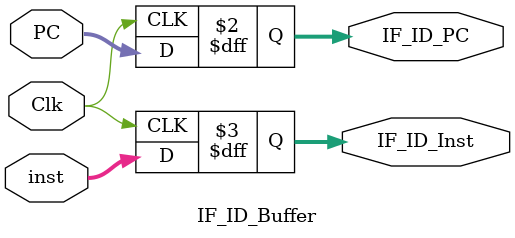
<source format=v>
`timescale 1ns / 1ps


module IF_ID_Buffer(
        input Clk,
        input [31:0] PC,
        input [31:0] inst,
        output reg [31:0] IF_ID_PC,
        output reg [31:0] IF_ID_Inst
    );
    always @ (negedge Clk)
    begin
        IF_ID_PC = PC;
        IF_ID_Inst = inst;
    end
    
endmodule

</source>
